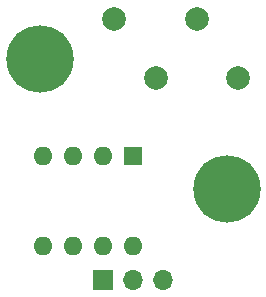
<source format=gtl>
G04 #@! TF.GenerationSoftware,KiCad,Pcbnew,(5.1.7)-1*
G04 #@! TF.CreationDate,2021-05-21T20:03:00+02:00*
G04 #@! TF.ProjectId,attinyDPS,61747469-6e79-4445-9053-2e6b69636164,rev?*
G04 #@! TF.SameCoordinates,Original*
G04 #@! TF.FileFunction,Copper,L1,Top*
G04 #@! TF.FilePolarity,Positive*
%FSLAX46Y46*%
G04 Gerber Fmt 4.6, Leading zero omitted, Abs format (unit mm)*
G04 Created by KiCad (PCBNEW (5.1.7)-1) date 2021-05-21 20:03:00*
%MOMM*%
%LPD*%
G01*
G04 APERTURE LIST*
G04 #@! TA.AperFunction,ComponentPad*
%ADD10O,1.700000X1.700000*%
G04 #@! TD*
G04 #@! TA.AperFunction,ComponentPad*
%ADD11R,1.700000X1.700000*%
G04 #@! TD*
G04 #@! TA.AperFunction,ComponentPad*
%ADD12C,5.700000*%
G04 #@! TD*
G04 #@! TA.AperFunction,ComponentPad*
%ADD13C,2.000000*%
G04 #@! TD*
G04 #@! TA.AperFunction,ComponentPad*
%ADD14R,1.600000X1.600000*%
G04 #@! TD*
G04 #@! TA.AperFunction,ComponentPad*
%ADD15O,1.600000X1.600000*%
G04 #@! TD*
G04 APERTURE END LIST*
D10*
X13540000Y2300000D03*
X11000000Y2300000D03*
D11*
X8460000Y2300000D03*
D12*
X3100000Y21000000D03*
D13*
X9400000Y24400000D03*
X12900000Y19400000D03*
X19900000Y19400000D03*
X16400000Y24400000D03*
D12*
X18900000Y10000000D03*
D14*
X11000000Y12800000D03*
D15*
X3380000Y5180000D03*
X8460000Y12800000D03*
X5920000Y5180000D03*
X5920000Y12800000D03*
X8460000Y5180000D03*
X3380000Y12800000D03*
X11000000Y5180000D03*
M02*

</source>
